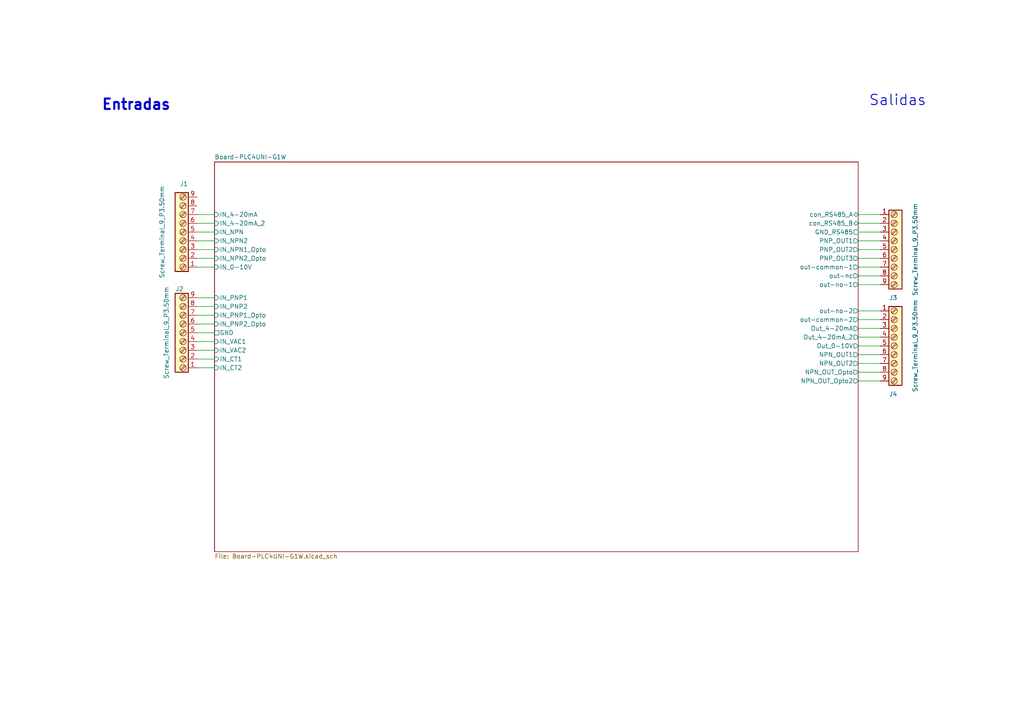
<source format=kicad_sch>
(kicad_sch
	(version 20250114)
	(generator "eeschema")
	(generator_version "9.0")
	(uuid "20dd9fa8-33e5-4e01-8b4a-8cb5828152c9")
	(paper "A4")
	(lib_symbols
		(symbol "GP8211S-TC50:Screw_Terminal_9_P3.50mm"
			(exclude_from_sim no)
			(in_bom yes)
			(on_board yes)
			(property "Reference" "J"
				(at 0 12.7 0)
				(effects
					(font
						(size 1.27 1.27)
					)
				)
			)
			(property "Value" "Screw_Terminal_9_P3.50mm"
				(at 1.27 -12.7 0)
				(effects
					(font
						(size 1.27 1.27)
					)
				)
			)
			(property "Footprint" "TerminalBlock_Phoenix:TerminalBlock_Phoenix_PT-1,5-9-3.5-H_1x09_P3.50mm_Horizontal"
				(at 0 -15.24 0)
				(effects
					(font
						(size 1.27 1.27)
					)
					(hide yes)
				)
			)
			(property "Datasheet" ""
				(at 0 8.89 0)
				(effects
					(font
						(size 1.27 1.27)
					)
					(hide yes)
				)
			)
			(property "Description" ""
				(at 0 0 0)
				(effects
					(font
						(size 1.27 1.27)
					)
					(hide yes)
				)
			)
			(symbol "Screw_Terminal_9_P3.50mm_0_1"
				(rectangle
					(start -1.27 11.43)
					(end 2.54 -11.43)
					(stroke
						(width 0.3)
						(type default)
					)
					(fill
						(type background)
					)
				)
				(polyline
					(pts
						(xy -0.254 9.398) (xy 1.016 10.668)
					)
					(stroke
						(width 0)
						(type default)
					)
					(fill
						(type none)
					)
				)
				(polyline
					(pts
						(xy -0.254 6.858) (xy 1.016 8.128)
					)
					(stroke
						(width 0)
						(type default)
					)
					(fill
						(type none)
					)
				)
				(polyline
					(pts
						(xy -0.254 4.318) (xy 1.016 5.588)
					)
					(stroke
						(width 0)
						(type default)
					)
					(fill
						(type none)
					)
				)
				(polyline
					(pts
						(xy -0.254 1.778) (xy 1.016 3.048)
					)
					(stroke
						(width 0)
						(type default)
					)
					(fill
						(type none)
					)
				)
				(polyline
					(pts
						(xy -0.254 -0.762) (xy 1.016 0.508)
					)
					(stroke
						(width 0)
						(type default)
					)
					(fill
						(type none)
					)
				)
				(polyline
					(pts
						(xy -0.254 -3.302) (xy 1.016 -2.032)
					)
					(stroke
						(width 0)
						(type default)
					)
					(fill
						(type none)
					)
				)
				(polyline
					(pts
						(xy -0.254 -5.842) (xy 1.016 -4.572)
					)
					(stroke
						(width 0)
						(type default)
					)
					(fill
						(type none)
					)
				)
				(polyline
					(pts
						(xy -0.254 -8.382) (xy 1.016 -7.112)
					)
					(stroke
						(width 0)
						(type default)
					)
					(fill
						(type none)
					)
				)
				(polyline
					(pts
						(xy -0.254 -10.922) (xy 1.016 -9.652)
					)
					(stroke
						(width 0)
						(type default)
					)
					(fill
						(type none)
					)
				)
				(polyline
					(pts
						(xy 0 10.16) (xy -0.508 9.652) (xy 0.762 10.922)
					)
					(stroke
						(width 0)
						(type default)
					)
					(fill
						(type none)
					)
				)
				(polyline
					(pts
						(xy 0 7.62) (xy -0.508 7.112) (xy 0.762 8.382)
					)
					(stroke
						(width 0)
						(type default)
					)
					(fill
						(type none)
					)
				)
				(polyline
					(pts
						(xy 0 5.08) (xy -0.508 4.572) (xy 0.762 5.842)
					)
					(stroke
						(width 0)
						(type default)
					)
					(fill
						(type none)
					)
				)
				(polyline
					(pts
						(xy 0 2.54) (xy -0.508 2.032) (xy 0.762 3.302)
					)
					(stroke
						(width 0)
						(type default)
					)
					(fill
						(type none)
					)
				)
				(polyline
					(pts
						(xy 0 0) (xy -0.508 -0.508) (xy 0.762 0.762)
					)
					(stroke
						(width 0)
						(type default)
					)
					(fill
						(type none)
					)
				)
				(polyline
					(pts
						(xy 0 -2.54) (xy -0.508 -3.048) (xy 0.762 -1.778)
					)
					(stroke
						(width 0)
						(type default)
					)
					(fill
						(type none)
					)
				)
				(polyline
					(pts
						(xy 0 -5.08) (xy -0.508 -5.588) (xy 0.762 -4.318)
					)
					(stroke
						(width 0)
						(type default)
					)
					(fill
						(type none)
					)
				)
				(polyline
					(pts
						(xy 0 -7.62) (xy -0.508 -8.128) (xy 0.762 -6.858)
					)
					(stroke
						(width 0)
						(type default)
					)
					(fill
						(type none)
					)
				)
				(polyline
					(pts
						(xy 0 -10.16) (xy -0.508 -10.668) (xy 0.762 -9.398)
					)
					(stroke
						(width 0)
						(type default)
					)
					(fill
						(type none)
					)
				)
				(circle
					(center 0.254 10.16)
					(radius 0.9158)
					(stroke
						(width 0)
						(type default)
					)
					(fill
						(type none)
					)
				)
				(circle
					(center 0.254 7.62)
					(radius 0.9158)
					(stroke
						(width 0)
						(type default)
					)
					(fill
						(type none)
					)
				)
				(circle
					(center 0.254 5.08)
					(radius 0.9158)
					(stroke
						(width 0)
						(type default)
					)
					(fill
						(type none)
					)
				)
				(circle
					(center 0.254 2.54)
					(radius 0.9158)
					(stroke
						(width 0)
						(type default)
					)
					(fill
						(type none)
					)
				)
				(circle
					(center 0.254 0)
					(radius 0.9158)
					(stroke
						(width 0)
						(type default)
					)
					(fill
						(type none)
					)
				)
				(circle
					(center 0.254 -2.54)
					(radius 0.9158)
					(stroke
						(width 0)
						(type default)
					)
					(fill
						(type none)
					)
				)
				(circle
					(center 0.254 -5.08)
					(radius 0.9158)
					(stroke
						(width 0)
						(type default)
					)
					(fill
						(type none)
					)
				)
				(circle
					(center 0.254 -7.62)
					(radius 0.9158)
					(stroke
						(width 0)
						(type default)
					)
					(fill
						(type none)
					)
				)
				(circle
					(center 0.254 -10.16)
					(radius 0.9158)
					(stroke
						(width 0)
						(type default)
					)
					(fill
						(type none)
					)
				)
			)
			(symbol "Screw_Terminal_9_P3.50mm_1_1"
				(pin passive line
					(at -3.81 10.16 0)
					(length 2.54)
					(name ""
						(effects
							(font
								(size 1.27 1.27)
							)
						)
					)
					(number "1"
						(effects
							(font
								(size 1.27 1.27)
							)
						)
					)
				)
				(pin passive line
					(at -3.81 7.62 0)
					(length 2.54)
					(name ""
						(effects
							(font
								(size 1.27 1.27)
							)
						)
					)
					(number "2"
						(effects
							(font
								(size 1.27 1.27)
							)
						)
					)
				)
				(pin passive line
					(at -3.81 5.08 0)
					(length 2.54)
					(name ""
						(effects
							(font
								(size 1.27 1.27)
							)
						)
					)
					(number "3"
						(effects
							(font
								(size 1.27 1.27)
							)
						)
					)
				)
				(pin passive line
					(at -3.81 2.54 0)
					(length 2.54)
					(name ""
						(effects
							(font
								(size 1.27 1.27)
							)
						)
					)
					(number "4"
						(effects
							(font
								(size 1.27 1.27)
							)
						)
					)
				)
				(pin passive line
					(at -3.81 0 0)
					(length 2.54)
					(name ""
						(effects
							(font
								(size 1.27 1.27)
							)
						)
					)
					(number "5"
						(effects
							(font
								(size 1.27 1.27)
							)
						)
					)
				)
				(pin passive line
					(at -3.81 -2.54 0)
					(length 2.54)
					(name ""
						(effects
							(font
								(size 1.27 1.27)
							)
						)
					)
					(number "6"
						(effects
							(font
								(size 1.27 1.27)
							)
						)
					)
				)
				(pin passive line
					(at -3.81 -5.08 0)
					(length 2.54)
					(name ""
						(effects
							(font
								(size 1.27 1.27)
							)
						)
					)
					(number "7"
						(effects
							(font
								(size 1.27 1.27)
							)
						)
					)
				)
				(pin passive line
					(at -3.81 -7.62 0)
					(length 2.54)
					(name ""
						(effects
							(font
								(size 1.27 1.27)
							)
						)
					)
					(number "8"
						(effects
							(font
								(size 1.27 1.27)
							)
						)
					)
				)
				(pin passive line
					(at -3.81 -10.16 0)
					(length 2.54)
					(name ""
						(effects
							(font
								(size 1.27 1.27)
							)
						)
					)
					(number "9"
						(effects
							(font
								(size 1.27 1.27)
							)
						)
					)
				)
			)
			(embedded_fonts no)
		)
	)
	(text "Salidas"
		(exclude_from_sim no)
		(at 260.35 29.21 0)
		(effects
			(font
				(size 3 3)
				(thickness 0.254)
				(bold yes)
			)
		)
		(uuid "7fa99670-dd70-4675-81df-0116003c557c")
	)
	(text "Entradas "
		(exclude_from_sim no)
		(at 40.64 30.48 0)
		(effects
			(font
				(size 3 3)
				(thickness 0.6)
				(bold yes)
			)
		)
		(uuid "bb87d411-0d24-48b2-835f-51e48da6a27b")
	)
	(wire
		(pts
			(xy 57.15 64.77) (xy 62.23 64.77)
		)
		(stroke
			(width 0)
			(type default)
		)
		(uuid "0cb12c9b-a020-434b-851f-a6efc6952d99")
	)
	(wire
		(pts
			(xy 248.92 100.33) (xy 255.27 100.33)
		)
		(stroke
			(width 0)
			(type default)
		)
		(uuid "15ebc857-c76d-4e16-b98a-fde87b6c6094")
	)
	(wire
		(pts
			(xy 248.92 67.31) (xy 255.27 67.31)
		)
		(stroke
			(width 0)
			(type default)
		)
		(uuid "1a6ac241-3fb7-421c-af53-ea54914aa2e6")
	)
	(wire
		(pts
			(xy 248.92 69.85) (xy 255.27 69.85)
		)
		(stroke
			(width 0)
			(type default)
		)
		(uuid "1e2f60a9-4ab8-4204-b9ba-535183ed7822")
	)
	(wire
		(pts
			(xy 57.15 99.06) (xy 62.23 99.06)
		)
		(stroke
			(width 0)
			(type default)
		)
		(uuid "2376fc06-6a15-4570-ad8f-0b652f6a68fd")
	)
	(wire
		(pts
			(xy 57.15 86.36) (xy 62.23 86.36)
		)
		(stroke
			(width 0)
			(type default)
		)
		(uuid "249c5cb1-2b04-4ca1-b491-43caf676ffd2")
	)
	(wire
		(pts
			(xy 248.92 77.47) (xy 255.27 77.47)
		)
		(stroke
			(width 0)
			(type default)
		)
		(uuid "27801956-3ebe-4c0f-8cdd-64d0319efd40")
	)
	(wire
		(pts
			(xy 57.15 88.9) (xy 62.23 88.9)
		)
		(stroke
			(width 0)
			(type default)
		)
		(uuid "2939f601-3ee4-47e4-8419-8965a9723ef2")
	)
	(wire
		(pts
			(xy 57.15 106.68) (xy 62.23 106.68)
		)
		(stroke
			(width 0)
			(type default)
		)
		(uuid "2958f41f-e045-43a4-92bc-50aaab9685d6")
	)
	(wire
		(pts
			(xy 248.92 105.41) (xy 255.27 105.41)
		)
		(stroke
			(width 0)
			(type default)
		)
		(uuid "2c39e252-7ff6-4238-9883-e61469a5246f")
	)
	(wire
		(pts
			(xy 57.15 77.47) (xy 62.23 77.47)
		)
		(stroke
			(width 0)
			(type default)
		)
		(uuid "35d65f73-1571-494c-805f-393a7bd274f8")
	)
	(wire
		(pts
			(xy 57.15 69.85) (xy 62.23 69.85)
		)
		(stroke
			(width 0)
			(type default)
		)
		(uuid "49e0f98a-9924-4cfd-9e85-ee1b4982a5a0")
	)
	(wire
		(pts
			(xy 57.15 67.31) (xy 62.23 67.31)
		)
		(stroke
			(width 0)
			(type default)
		)
		(uuid "4e3df694-6100-4172-973d-4ed42b19518e")
	)
	(wire
		(pts
			(xy 57.15 96.52) (xy 62.23 96.52)
		)
		(stroke
			(width 0)
			(type default)
		)
		(uuid "54588112-0738-49f9-9c13-40ae1c228c15")
	)
	(wire
		(pts
			(xy 248.92 82.55) (xy 255.27 82.55)
		)
		(stroke
			(width 0)
			(type default)
		)
		(uuid "5582b5c4-cf6c-4fc7-80d1-4d71d62b0baa")
	)
	(wire
		(pts
			(xy 248.92 90.17) (xy 255.27 90.17)
		)
		(stroke
			(width 0)
			(type default)
		)
		(uuid "58b07b42-83fe-4477-a5b5-694c76cc78f6")
	)
	(wire
		(pts
			(xy 57.15 74.93) (xy 62.23 74.93)
		)
		(stroke
			(width 0)
			(type default)
		)
		(uuid "5f8af6e0-d4ff-40c0-9010-3100c24f1796")
	)
	(wire
		(pts
			(xy 57.15 91.44) (xy 62.23 91.44)
		)
		(stroke
			(width 0)
			(type default)
		)
		(uuid "70585e29-39b4-40b9-b734-395f2e06ad4b")
	)
	(wire
		(pts
			(xy 57.15 62.23) (xy 62.23 62.23)
		)
		(stroke
			(width 0)
			(type default)
		)
		(uuid "8619c7d8-3296-4d74-a782-ef7ac64af9cb")
	)
	(wire
		(pts
			(xy 248.92 62.23) (xy 255.27 62.23)
		)
		(stroke
			(width 0)
			(type default)
		)
		(uuid "8c8d8c95-5698-4bc3-8c70-972856803c7e")
	)
	(wire
		(pts
			(xy 248.92 64.77) (xy 255.27 64.77)
		)
		(stroke
			(width 0)
			(type default)
		)
		(uuid "934d5306-a231-446a-8560-400fe0fd18b3")
	)
	(wire
		(pts
			(xy 248.92 80.01) (xy 255.27 80.01)
		)
		(stroke
			(width 0)
			(type default)
		)
		(uuid "974619aa-dab0-4e6e-b881-aa35e3b36654")
	)
	(wire
		(pts
			(xy 248.92 95.25) (xy 255.27 95.25)
		)
		(stroke
			(width 0)
			(type default)
		)
		(uuid "a1755bad-c589-4e54-81b2-1c7c1df9375a")
	)
	(wire
		(pts
			(xy 57.15 93.98) (xy 62.23 93.98)
		)
		(stroke
			(width 0)
			(type default)
		)
		(uuid "a773d482-b99d-4470-8cf9-e852160b9db5")
	)
	(wire
		(pts
			(xy 57.15 101.6) (xy 62.23 101.6)
		)
		(stroke
			(width 0)
			(type default)
		)
		(uuid "aea06681-e3c8-40f6-a55a-96be5cb25cf2")
	)
	(wire
		(pts
			(xy 57.15 72.39) (xy 62.23 72.39)
		)
		(stroke
			(width 0)
			(type default)
		)
		(uuid "bee1a1bb-030d-4a55-9602-a859c86be86d")
	)
	(wire
		(pts
			(xy 248.92 97.79) (xy 255.27 97.79)
		)
		(stroke
			(width 0)
			(type default)
		)
		(uuid "c4a2b8fd-d97d-47f2-a62b-c0c398817c51")
	)
	(wire
		(pts
			(xy 248.92 92.71) (xy 255.27 92.71)
		)
		(stroke
			(width 0)
			(type default)
		)
		(uuid "ccdfa585-c7ae-43b4-87c8-6dc8e67f6170")
	)
	(wire
		(pts
			(xy 248.92 72.39) (xy 255.27 72.39)
		)
		(stroke
			(width 0)
			(type default)
		)
		(uuid "de023c97-d8f5-45ee-ab5a-919dd7e32481")
	)
	(wire
		(pts
			(xy 248.92 102.87) (xy 255.27 102.87)
		)
		(stroke
			(width 0)
			(type default)
		)
		(uuid "e7f2202a-68d4-4482-b2bb-e9c9ad6d931f")
	)
	(wire
		(pts
			(xy 57.15 104.14) (xy 62.23 104.14)
		)
		(stroke
			(width 0)
			(type default)
		)
		(uuid "e93c38f7-e63d-44b5-b8f8-580cdea5ba55")
	)
	(wire
		(pts
			(xy 248.92 74.93) (xy 255.27 74.93)
		)
		(stroke
			(width 0)
			(type default)
		)
		(uuid "ebfbb188-fe6d-4bf4-807f-e7f20bbd612c")
	)
	(wire
		(pts
			(xy 248.92 110.49) (xy 255.27 110.49)
		)
		(stroke
			(width 0)
			(type default)
		)
		(uuid "fb807342-1db6-4727-a92d-05b0433f8caf")
	)
	(wire
		(pts
			(xy 248.92 107.95) (xy 255.27 107.95)
		)
		(stroke
			(width 0)
			(type default)
		)
		(uuid "fff26a4e-7357-4fde-9faf-3ba91e5edd95")
	)
	(symbol
		(lib_id "GP8211S-TC50:Screw_Terminal_9_P3.50mm")
		(at 259.08 72.39 0)
		(unit 1)
		(exclude_from_sim no)
		(in_bom yes)
		(on_board yes)
		(dnp no)
		(uuid "32d66fe5-951a-44f8-9f3d-120a436f89e1")
		(property "Reference" "J3"
			(at 259.08 86.36 0)
			(effects
				(font
					(size 1.27 1.27)
				)
			)
		)
		(property "Value" "Screw_Terminal_9_P3.50mm"
			(at 265.43 72.39 90)
			(effects
				(font
					(size 1.27 1.27)
				)
			)
		)
		(property "Footprint" "TerminalBlock_Phoenix:TerminalBlock_Phoenix_PT-1,5-9-3.5-H_1x09_P3.50mm_Horizontal"
			(at 259.08 87.63 0)
			(effects
				(font
					(size 1.27 1.27)
				)
				(hide yes)
			)
		)
		(property "Datasheet" ""
			(at 259.08 63.5 0)
			(effects
				(font
					(size 1.27 1.27)
				)
				(hide yes)
			)
		)
		(property "Description" ""
			(at 259.08 72.39 0)
			(effects
				(font
					(size 1.27 1.27)
				)
				(hide yes)
			)
		)
		(property "LCSC" ""
			(at 259.08 72.39 0)
			(effects
				(font
					(size 1.27 1.27)
				)
				(hide yes)
			)
		)
		(pin "5"
			(uuid "b503a2d5-bb5d-42af-9172-0ed1e359e7e2")
		)
		(pin "1"
			(uuid "05028c3d-5ac4-4ca1-ba1c-f2e2943278ab")
		)
		(pin "3"
			(uuid "8314135d-79b2-4091-ae06-39c8dc75b86c")
		)
		(pin "4"
			(uuid "1bca21cb-8f3e-446b-82c8-cf5653018121")
		)
		(pin "2"
			(uuid "4ee26efb-86f8-43a8-b227-48cb4d2cd08a")
		)
		(pin "6"
			(uuid "6c3b1401-a4b5-44f8-a8e2-c19bbd51c4ff")
		)
		(pin "9"
			(uuid "ee6d34cf-b69c-4a32-8c07-c7bffac58705")
		)
		(pin "7"
			(uuid "97039e37-04d8-440b-bfa7-2df554988230")
		)
		(pin "8"
			(uuid "e14c9114-0264-4ddd-97b4-3aaf4fe94c69")
		)
		(instances
			(project "PLC4UNIPCB"
				(path "/20dd9fa8-33e5-4e01-8b4a-8cb5828152c9"
					(reference "J3")
					(unit 1)
				)
			)
		)
	)
	(symbol
		(lib_id "GP8211S-TC50:Screw_Terminal_9_P3.50mm")
		(at 53.34 67.31 180)
		(unit 1)
		(exclude_from_sim no)
		(in_bom yes)
		(on_board yes)
		(dnp no)
		(uuid "4172909a-4e92-4bfe-b671-10fe99840f58")
		(property "Reference" "J1"
			(at 53.34 53.34 0)
			(effects
				(font
					(size 1.27 1.27)
				)
			)
		)
		(property "Value" "Screw_Terminal_9_P3.50mm"
			(at 46.99 67.31 90)
			(effects
				(font
					(size 1.27 1.27)
				)
			)
		)
		(property "Footprint" "TerminalBlock_Phoenix:TerminalBlock_Phoenix_PT-1,5-9-3.5-H_1x09_P3.50mm_Horizontal"
			(at 53.34 52.07 0)
			(effects
				(font
					(size 1.27 1.27)
				)
				(hide yes)
			)
		)
		(property "Datasheet" ""
			(at 53.34 76.2 0)
			(effects
				(font
					(size 1.27 1.27)
				)
				(hide yes)
			)
		)
		(property "Description" ""
			(at 53.34 67.31 0)
			(effects
				(font
					(size 1.27 1.27)
				)
				(hide yes)
			)
		)
		(property "LCSC" ""
			(at 53.34 67.31 0)
			(effects
				(font
					(size 1.27 1.27)
				)
				(hide yes)
			)
		)
		(pin "5"
			(uuid "7911452e-1b2f-49ef-b499-21c334dc02de")
		)
		(pin "1"
			(uuid "0a67209a-2e0c-47ce-9462-d018be8b92c8")
		)
		(pin "3"
			(uuid "90e3fb70-4b75-444d-9be8-688243393e5e")
		)
		(pin "4"
			(uuid "aaeaa893-f09b-48e5-900f-1795bef7eb46")
		)
		(pin "2"
			(uuid "8ddb4de7-36ea-441f-93cc-8398a477cadd")
		)
		(pin "6"
			(uuid "50864bc2-c5da-4d5d-8262-7e44d0369bfa")
		)
		(pin "9"
			(uuid "c1992264-da3d-4026-a917-093d17b9cae0")
		)
		(pin "7"
			(uuid "5f14c3ba-bb53-413b-9cdb-6607977b9f6a")
		)
		(pin "8"
			(uuid "d510b797-f16c-495d-9835-56981547b81a")
		)
		(instances
			(project ""
				(path "/20dd9fa8-33e5-4e01-8b4a-8cb5828152c9"
					(reference "J1")
					(unit 1)
				)
			)
		)
	)
	(symbol
		(lib_id "GP8211S-TC50:Screw_Terminal_9_P3.50mm")
		(at 259.08 100.33 0)
		(unit 1)
		(exclude_from_sim no)
		(in_bom yes)
		(on_board yes)
		(dnp no)
		(uuid "78180c5c-e81c-40e3-87d3-56a61f8ce584")
		(property "Reference" "J4"
			(at 259.08 114.3 0)
			(effects
				(font
					(size 1.27 1.27)
				)
			)
		)
		(property "Value" "Screw_Terminal_9_P3.50mm"
			(at 265.43 100.33 90)
			(effects
				(font
					(size 1.27 1.27)
				)
			)
		)
		(property "Footprint" "TerminalBlock_Phoenix:TerminalBlock_Phoenix_PT-1,5-9-3.5-H_1x09_P3.50mm_Horizontal"
			(at 259.08 115.57 0)
			(effects
				(font
					(size 1.27 1.27)
				)
				(hide yes)
			)
		)
		(property "Datasheet" ""
			(at 259.08 91.44 0)
			(effects
				(font
					(size 1.27 1.27)
				)
				(hide yes)
			)
		)
		(property "Description" ""
			(at 259.08 100.33 0)
			(effects
				(font
					(size 1.27 1.27)
				)
				(hide yes)
			)
		)
		(property "LCSC" ""
			(at 259.08 100.33 0)
			(effects
				(font
					(size 1.27 1.27)
				)
				(hide yes)
			)
		)
		(pin "5"
			(uuid "4d584398-4a2f-4cc7-8bb0-84ff3580f7a9")
		)
		(pin "1"
			(uuid "24adffc5-eae8-4f45-b0b7-b3752f858664")
		)
		(pin "3"
			(uuid "9f90beef-2491-4e19-8e62-970d3c750b8f")
		)
		(pin "4"
			(uuid "03011f90-6eb9-4cf6-909e-8574ec0ece25")
		)
		(pin "2"
			(uuid "cc55994c-9c55-4bcc-943d-6e4fe37d13e5")
		)
		(pin "6"
			(uuid "4ecde8de-e5b6-4ce5-afe8-fa5ec9b259db")
		)
		(pin "9"
			(uuid "7010d14b-a4d9-494c-9fcc-834f0e27e260")
		)
		(pin "7"
			(uuid "88b92fb0-40de-4cc9-b3f4-9a65b7a7ec7f")
		)
		(pin "8"
			(uuid "66fd6731-3ab5-410a-87bf-87cb4913165e")
		)
		(instances
			(project "PLC4UNIPCB"
				(path "/20dd9fa8-33e5-4e01-8b4a-8cb5828152c9"
					(reference "J4")
					(unit 1)
				)
			)
		)
	)
	(symbol
		(lib_id "GP8211S-TC50:Screw_Terminal_9_P3.50mm")
		(at 53.34 96.52 180)
		(unit 1)
		(exclude_from_sim no)
		(in_bom yes)
		(on_board yes)
		(dnp no)
		(uuid "96f6b923-3934-4b8d-89dd-2af9e47ab9ab")
		(property "Reference" "J2"
			(at 52.07 83.82 0)
			(effects
				(font
					(size 1.27 1.27)
				)
			)
		)
		(property "Value" "Screw_Terminal_9_P3.50mm"
			(at 48.26 96.52 90)
			(effects
				(font
					(size 1.27 1.27)
				)
			)
		)
		(property "Footprint" "TerminalBlock_Phoenix:TerminalBlock_Phoenix_PT-1,5-9-3.5-H_1x09_P3.50mm_Horizontal"
			(at 53.34 81.28 0)
			(effects
				(font
					(size 1.27 1.27)
				)
				(hide yes)
			)
		)
		(property "Datasheet" ""
			(at 53.34 105.41 0)
			(effects
				(font
					(size 1.27 1.27)
				)
				(hide yes)
			)
		)
		(property "Description" ""
			(at 53.34 96.52 0)
			(effects
				(font
					(size 1.27 1.27)
				)
				(hide yes)
			)
		)
		(property "LCSC" ""
			(at 53.34 96.52 0)
			(effects
				(font
					(size 1.27 1.27)
				)
				(hide yes)
			)
		)
		(pin "5"
			(uuid "c10ff4db-023f-463d-a3bf-315ba7ffa67b")
		)
		(pin "1"
			(uuid "b6ef0438-9ae4-4eab-aa4b-bfb895ea1bf8")
		)
		(pin "3"
			(uuid "be55b8ba-2238-47ac-9023-0f5dfa0ba33b")
		)
		(pin "4"
			(uuid "22140f5b-dd94-49c1-b322-3d5d27db9140")
		)
		(pin "2"
			(uuid "10138d07-39e1-4273-b221-f5cb011d93d2")
		)
		(pin "6"
			(uuid "3f75ece5-ca45-44c3-9fa1-a4c143cd7a26")
		)
		(pin "9"
			(uuid "8890ce13-357f-408a-8c1c-ab12a12b21b0")
		)
		(pin "7"
			(uuid "af489b83-3d0c-4d8b-80a0-36829303c757")
		)
		(pin "8"
			(uuid "d20aeba2-22ac-47ee-8693-364cf2c79127")
		)
		(instances
			(project "PLC4UNIPCB"
				(path "/20dd9fa8-33e5-4e01-8b4a-8cb5828152c9"
					(reference "J2")
					(unit 1)
				)
			)
		)
	)
	(sheet
		(at 62.23 46.99)
		(size 186.69 113.03)
		(exclude_from_sim no)
		(in_bom yes)
		(on_board yes)
		(dnp no)
		(fields_autoplaced yes)
		(stroke
			(width 0.1524)
			(type solid)
		)
		(fill
			(color 0 0 0 0.0000)
		)
		(uuid "ef44eee8-cd41-4527-92e2-6c408c0d0d91")
		(property "Sheetname" "Board-PLC4UNI-G1W"
			(at 62.23 46.2784 0)
			(effects
				(font
					(size 1.27 1.27)
				)
				(justify left bottom)
			)
		)
		(property "Sheetfile" "Board-PLC4UNI-G1W.kicad_sch"
			(at 62.23 160.6046 0)
			(effects
				(font
					(size 1.27 1.27)
				)
				(justify left top)
			)
		)
		(pin "con_RS485_A" bidirectional
			(at 248.92 62.23 0)
			(uuid "d0abd688-5c9e-44c2-b2d5-f54e1f362ded")
			(effects
				(font
					(size 1.27 1.27)
				)
				(justify right)
			)
		)
		(pin "con_RS485_B" bidirectional
			(at 248.92 64.77 0)
			(uuid "65a65c35-8e24-46da-878b-348f4eda4257")
			(effects
				(font
					(size 1.27 1.27)
				)
				(justify right)
			)
		)
		(pin "IN_0-10V" input
			(at 62.23 77.47 180)
			(uuid "ffb659f8-26a1-41ad-b243-664e1ba11d5d")
			(effects
				(font
					(size 1.27 1.27)
				)
				(justify left)
			)
		)
		(pin "Out_0-10V" output
			(at 248.92 100.33 0)
			(uuid "83c5c2f3-f120-45b3-b5bf-f0c28a8169b9")
			(effects
				(font
					(size 1.27 1.27)
				)
				(justify right)
			)
		)
		(pin "GND" passive
			(at 62.23 96.52 180)
			(uuid "79d95f06-02e8-4a24-8ffc-d438dc45395e")
			(effects
				(font
					(size 1.27 1.27)
				)
				(justify left)
			)
		)
		(pin "IN_CT1" input
			(at 62.23 104.14 180)
			(uuid "4e93088f-854d-4517-bcf5-3fd47d6960a6")
			(effects
				(font
					(size 1.27 1.27)
				)
				(justify left)
			)
		)
		(pin "IN_CT2" input
			(at 62.23 106.68 180)
			(uuid "1f0f2a80-6bf1-4ff5-8446-8059f8d7f6a2")
			(effects
				(font
					(size 1.27 1.27)
				)
				(justify left)
			)
		)
		(pin "IN_VAC1" input
			(at 62.23 99.06 180)
			(uuid "551e82fd-e1ce-4e77-8af8-9950d91c7dba")
			(effects
				(font
					(size 1.27 1.27)
				)
				(justify left)
			)
		)
		(pin "IN_VAC2" input
			(at 62.23 101.6 180)
			(uuid "c1aa286f-0879-42e2-b47e-7b49e8244951")
			(effects
				(font
					(size 1.27 1.27)
				)
				(justify left)
			)
		)
		(pin "GND_RS485" passive
			(at 248.92 67.31 0)
			(uuid "106cc537-583b-4f41-85c4-f9501d0bbfad")
			(effects
				(font
					(size 1.27 1.27)
				)
				(justify right)
			)
		)
		(pin "Out_4-20mA" output
			(at 248.92 95.25 0)
			(uuid "c5ece694-c461-4900-bdc9-3d20a3d6494d")
			(effects
				(font
					(size 1.27 1.27)
				)
				(justify right)
			)
		)
		(pin "Out_4-20mA_2" output
			(at 248.92 97.79 0)
			(uuid "ff600d97-8f5e-4f77-9587-d4f9a7632bd3")
			(effects
				(font
					(size 1.27 1.27)
				)
				(justify right)
			)
		)
		(pin "PNP_OUT1" output
			(at 248.92 69.85 0)
			(uuid "a78a9372-ee74-44c7-a351-0c720716f4ae")
			(effects
				(font
					(size 1.27 1.27)
				)
				(justify right)
			)
		)
		(pin "PNP_OUT2" output
			(at 248.92 72.39 0)
			(uuid "f44d1120-d532-4f7e-a4cb-45d6049b6dd9")
			(effects
				(font
					(size 1.27 1.27)
				)
				(justify right)
			)
		)
		(pin "PNP_OUT3" output
			(at 248.92 74.93 0)
			(uuid "870a6afd-11cc-4e2b-818a-27587d503801")
			(effects
				(font
					(size 1.27 1.27)
				)
				(justify right)
			)
		)
		(pin "IN_4-20mA" input
			(at 62.23 62.23 180)
			(uuid "fbde5a37-7f0c-43bb-83f8-c5e9aab0f253")
			(effects
				(font
					(size 1.27 1.27)
				)
				(justify left)
			)
		)
		(pin "IN_4-20mA_2" input
			(at 62.23 64.77 180)
			(uuid "f699b86d-b563-471f-be5f-4a44b4626a1f")
			(effects
				(font
					(size 1.27 1.27)
				)
				(justify left)
			)
		)
		(pin "out-common-1" output
			(at 248.92 77.47 0)
			(uuid "4f74a9dc-7d85-4fb1-a22a-c8a525b9147a")
			(effects
				(font
					(size 1.27 1.27)
				)
				(justify right)
			)
		)
		(pin "out-common-2" output
			(at 248.92 92.71 0)
			(uuid "077365e2-664a-4031-a81b-21e0aac767fc")
			(effects
				(font
					(size 1.27 1.27)
				)
				(justify right)
			)
		)
		(pin "out-nc" output
			(at 248.92 80.01 0)
			(uuid "83d9b0a8-cf64-4882-a652-372db0b6af24")
			(effects
				(font
					(size 1.27 1.27)
				)
				(justify right)
			)
		)
		(pin "out-no-1" output
			(at 248.92 82.55 0)
			(uuid "02514bc0-ab42-4ec8-908e-6c8271b078bd")
			(effects
				(font
					(size 1.27 1.27)
				)
				(justify right)
			)
		)
		(pin "out-no-2" output
			(at 248.92 90.17 0)
			(uuid "30bba5d6-c66c-466d-a3bc-3b446474db21")
			(effects
				(font
					(size 1.27 1.27)
				)
				(justify right)
			)
		)
		(pin "NPN_OUT_Opto" output
			(at 248.92 107.95 0)
			(uuid "1053ee3f-0357-4231-9d17-187df87996b6")
			(effects
				(font
					(size 1.27 1.27)
				)
				(justify right)
			)
		)
		(pin "NPN_OUT_Opto2" output
			(at 248.92 110.49 0)
			(uuid "90354975-349e-4fe2-a3c3-52ecdd3c4f57")
			(effects
				(font
					(size 1.27 1.27)
				)
				(justify right)
			)
		)
		(pin "IN_NPN1_Opto" input
			(at 62.23 72.39 180)
			(uuid "bb08a478-9702-45e6-8b7b-81d62e85b316")
			(effects
				(font
					(size 1.27 1.27)
				)
				(justify left)
			)
		)
		(pin "IN_NPN2_Opto" input
			(at 62.23 74.93 180)
			(uuid "ddb21660-cb36-4b60-8e29-cb9174784386")
			(effects
				(font
					(size 1.27 1.27)
				)
				(justify left)
			)
		)
		(pin "IN_PNP1_Opto" input
			(at 62.23 91.44 180)
			(uuid "41fd9df3-f1a7-43ee-99ba-001db4d93206")
			(effects
				(font
					(size 1.27 1.27)
				)
				(justify left)
			)
		)
		(pin "IN_PNP2_Opto" input
			(at 62.23 93.98 180)
			(uuid "bfb0664b-3a76-4ac5-9265-fc42fedd0c83")
			(effects
				(font
					(size 1.27 1.27)
				)
				(justify left)
			)
		)
		(pin "IN_NPN" input
			(at 62.23 67.31 180)
			(uuid "f99e6c8a-f21f-420b-908a-3ed2ddabb95f")
			(effects
				(font
					(size 1.27 1.27)
				)
				(justify left)
			)
		)
		(pin "IN_NPN2" input
			(at 62.23 69.85 180)
			(uuid "ae1febf7-7e82-42bd-bf60-1f4754bdd151")
			(effects
				(font
					(size 1.27 1.27)
				)
				(justify left)
			)
		)
		(pin "IN_PNP1" input
			(at 62.23 86.36 180)
			(uuid "d5ecad9a-ff77-470e-8ed5-f96be7d22baa")
			(effects
				(font
					(size 1.27 1.27)
				)
				(justify left)
			)
		)
		(pin "IN_PNP2" input
			(at 62.23 88.9 180)
			(uuid "ee8fcccf-6ff8-40f7-90b2-9594279ff122")
			(effects
				(font
					(size 1.27 1.27)
				)
				(justify left)
			)
		)
		(pin "NPN_OUT1" output
			(at 248.92 102.87 0)
			(uuid "a07619c8-4b5d-4fbd-9b78-ed0469808b3e")
			(effects
				(font
					(size 1.27 1.27)
				)
				(justify right)
			)
		)
		(pin "NPN_OUT2" output
			(at 248.92 105.41 0)
			(uuid "17ba22c5-3586-4b58-9cdf-667bd79faf1e")
			(effects
				(font
					(size 1.27 1.27)
				)
				(justify right)
			)
		)
		(instances
			(project "PLC4UNIPCB"
				(path "/20dd9fa8-33e5-4e01-8b4a-8cb5828152c9"
					(page "2")
				)
			)
		)
	)
	(sheet_instances
		(path "/"
			(page "1")
		)
	)
	(embedded_fonts no)
)

</source>
